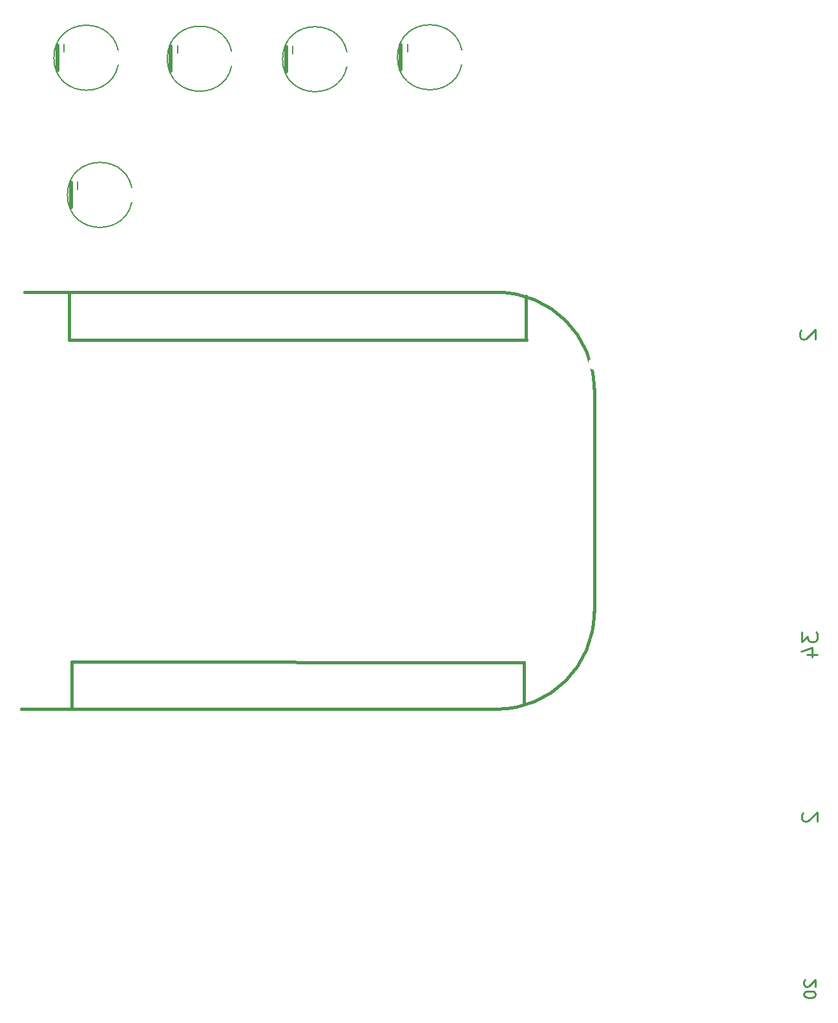
<source format=gbo>
%FSLAX34Y34*%
G04 Gerber Fmt 3.4, Leading zero omitted, Abs format*
G04 (created by PCBNEW (2014-02-12 BZR 4693)-product) date Sat 21 Jun 2014 11:45:11 PM EDT*
%MOIN*%
G01*
G70*
G90*
G04 APERTURE LIST*
%ADD10C,0.006000*%
%ADD11C,0.010000*%
%ADD12C,0.015000*%
%ADD13C,0.020000*%
%ADD14R,0.404724X0.064724*%
%ADD15R,0.104724X0.104724*%
%ADD16C,0.114724*%
%ADD17C,0.161724*%
%ADD18C,0.104724*%
%ADD19C,0.070724*%
%ADD20C,0.083424*%
%ADD21R,0.059724X0.059724*%
%ADD22C,0.059724*%
%ADD23R,0.084724X0.084724*%
%ADD24O,0.084724X0.084724*%
%ADD25R,0.072724X0.072724*%
%ADD26O,0.072724X0.072724*%
%ADD27C,0.191724*%
%ADD28R,0.084724X0.059724*%
%ADD29O,0.084724X0.059724*%
%ADD30R,0.059724X0.084724*%
%ADD31O,0.059724X0.084724*%
%ADD32R,0.092724X0.092724*%
%ADD33C,0.069724*%
%ADD34C,0.064724*%
%ADD35C,0.074724*%
%ADD36C,0.134724*%
%ADD37C,0.072724*%
%ADD38O,0.058724X0.069724*%
%ADD39R,0.058724X0.069724*%
%ADD40R,0.074724X0.074724*%
G04 APERTURE END LIST*
G54D10*
G54D11*
X87161Y-40442D02*
X87161Y-40937D01*
X87466Y-40670D01*
X87466Y-40785D01*
X87504Y-40861D01*
X87542Y-40899D01*
X87619Y-40937D01*
X87809Y-40937D01*
X87885Y-40899D01*
X87923Y-40861D01*
X87961Y-40785D01*
X87961Y-40556D01*
X87923Y-40480D01*
X87885Y-40442D01*
X87428Y-41623D02*
X87961Y-41623D01*
X87123Y-41432D02*
X87695Y-41242D01*
X87695Y-41737D01*
X87138Y-24891D02*
X87100Y-24929D01*
X87061Y-25005D01*
X87061Y-25196D01*
X87100Y-25272D01*
X87138Y-25310D01*
X87214Y-25348D01*
X87290Y-25348D01*
X87404Y-25310D01*
X87861Y-24853D01*
X87861Y-25348D01*
X87328Y-58392D02*
X87300Y-58421D01*
X87271Y-58478D01*
X87271Y-58621D01*
X87300Y-58678D01*
X87328Y-58707D01*
X87385Y-58735D01*
X87442Y-58735D01*
X87528Y-58707D01*
X87871Y-58364D01*
X87871Y-58735D01*
X87271Y-59107D02*
X87271Y-59164D01*
X87300Y-59221D01*
X87328Y-59250D01*
X87385Y-59278D01*
X87500Y-59307D01*
X87642Y-59307D01*
X87757Y-59278D01*
X87814Y-59250D01*
X87842Y-59221D01*
X87871Y-59164D01*
X87871Y-59107D01*
X87842Y-59050D01*
X87814Y-59021D01*
X87757Y-58992D01*
X87642Y-58964D01*
X87500Y-58964D01*
X87385Y-58992D01*
X87328Y-59021D01*
X87300Y-59050D01*
X87271Y-59107D01*
X87238Y-49771D02*
X87200Y-49809D01*
X87161Y-49885D01*
X87161Y-50076D01*
X87200Y-50152D01*
X87238Y-50190D01*
X87314Y-50228D01*
X87390Y-50228D01*
X87504Y-50190D01*
X87961Y-49733D01*
X87961Y-50228D01*
G54D12*
X49350Y-22925D02*
X49350Y-25375D01*
X49370Y-25375D02*
X72950Y-25375D01*
X72930Y-25355D02*
X72930Y-23115D01*
X49510Y-44375D02*
X49510Y-41995D01*
X49510Y-41995D02*
X72830Y-42015D01*
X72830Y-42015D02*
X72830Y-44195D01*
X71450Y-22925D02*
X47050Y-22925D01*
X71450Y-44425D02*
X46900Y-44425D01*
X76450Y-39425D02*
X76450Y-27925D01*
X71450Y-44425D02*
G75*
G03X76450Y-39425I0J5000D01*
G74*
G01*
X76450Y-27925D02*
G75*
G03X71450Y-22925I-5000J0D01*
G74*
G01*
G54D13*
X49450Y-18550D02*
X49450Y-17250D01*
G54D10*
X52627Y-17900D02*
G75*
G03X52627Y-17900I-1677J0D01*
G74*
G01*
X49800Y-17600D02*
X49800Y-17200D01*
G54D13*
X66475Y-11450D02*
X66475Y-10150D01*
G54D10*
X69652Y-10800D02*
G75*
G03X69652Y-10800I-1677J0D01*
G74*
G01*
X66825Y-10500D02*
X66825Y-10100D01*
G54D13*
X60550Y-11550D02*
X60550Y-10250D01*
G54D10*
X63727Y-10900D02*
G75*
G03X63727Y-10900I-1677J0D01*
G74*
G01*
X60900Y-10600D02*
X60900Y-10200D01*
G54D13*
X48750Y-11475D02*
X48750Y-10175D01*
G54D10*
X51927Y-10825D02*
G75*
G03X51927Y-10825I-1677J0D01*
G74*
G01*
X49100Y-10525D02*
X49100Y-10125D01*
G54D13*
X54600Y-11525D02*
X54600Y-10225D01*
G54D10*
X57777Y-10875D02*
G75*
G03X57777Y-10875I-1677J0D01*
G74*
G01*
X54950Y-10575D02*
X54950Y-10175D01*
%LPC*%
G54D14*
X90250Y-25150D03*
X90250Y-26150D03*
X90250Y-27150D03*
X90250Y-28150D03*
X90250Y-29150D03*
X90250Y-30150D03*
X90250Y-31150D03*
X90250Y-32150D03*
X90250Y-33150D03*
X90250Y-34150D03*
X90250Y-35150D03*
X90250Y-36150D03*
X90250Y-37150D03*
X90250Y-38150D03*
X90250Y-39150D03*
X90250Y-40150D03*
X90250Y-41150D03*
X90250Y-49899D03*
X90250Y-50899D03*
X90250Y-51899D03*
X90250Y-52899D03*
X90250Y-53899D03*
X90250Y-54899D03*
X90250Y-55899D03*
X90250Y-56899D03*
X90250Y-57899D03*
X90250Y-58899D03*
G54D15*
X86700Y-16100D03*
G54D16*
X86700Y-14100D03*
X86700Y-12100D03*
X86700Y-10100D03*
G54D17*
X90700Y-11100D03*
X90700Y-15100D03*
G54D18*
X87700Y-9100D03*
X87700Y-17100D03*
G54D19*
X59100Y-20050D03*
X59100Y-19050D03*
G54D20*
X78687Y-21150D03*
X70687Y-21150D03*
G54D18*
X81800Y-11350D03*
G54D15*
X81800Y-17350D03*
G54D18*
X62750Y-18600D03*
G54D15*
X68750Y-18600D03*
G54D21*
X75450Y-28600D03*
G54D22*
X75450Y-29600D03*
X75450Y-30600D03*
X75450Y-31600D03*
X75450Y-32600D03*
X75450Y-33600D03*
X75450Y-34600D03*
X78450Y-34600D03*
X78450Y-33600D03*
X78450Y-32600D03*
X78450Y-31600D03*
X78450Y-30600D03*
X78450Y-29600D03*
X78450Y-28600D03*
G54D21*
X52850Y-49550D03*
G54D22*
X53850Y-49550D03*
X54850Y-49550D03*
X55850Y-49550D03*
X56850Y-49550D03*
X57850Y-49550D03*
X58850Y-49550D03*
X58850Y-46550D03*
X57850Y-46550D03*
X56850Y-46550D03*
X55850Y-46550D03*
X54850Y-46550D03*
X53850Y-46550D03*
X52850Y-46550D03*
G54D21*
X63150Y-49500D03*
G54D22*
X64150Y-49500D03*
X65150Y-49500D03*
X66150Y-49500D03*
X67150Y-49500D03*
X68150Y-49500D03*
X69150Y-49500D03*
X69150Y-46500D03*
X68150Y-46500D03*
X67150Y-46500D03*
X66150Y-46500D03*
X65150Y-46500D03*
X64150Y-46500D03*
X63150Y-46500D03*
G54D23*
X48750Y-47800D03*
G54D24*
X48750Y-48800D03*
G54D25*
X69050Y-33400D03*
G54D26*
X69050Y-32400D03*
X70050Y-33400D03*
X70050Y-32400D03*
G54D21*
X80550Y-23800D03*
G54D22*
X80550Y-24800D03*
X80550Y-25800D03*
X80550Y-26800D03*
X80550Y-27800D03*
X80550Y-28800D03*
X80550Y-29800D03*
X80550Y-30800D03*
X80550Y-31800D03*
X80550Y-32800D03*
X83550Y-32800D03*
X83550Y-31800D03*
X83550Y-30800D03*
X83550Y-29800D03*
X83550Y-28800D03*
X83550Y-27800D03*
X83550Y-26800D03*
X83550Y-25800D03*
X83550Y-24800D03*
X83550Y-23800D03*
G54D21*
X80500Y-37150D03*
G54D22*
X80500Y-38150D03*
X80500Y-39150D03*
X80500Y-40150D03*
X80500Y-41150D03*
X80500Y-42150D03*
X80500Y-43150D03*
X80500Y-44150D03*
X80500Y-45150D03*
X80500Y-46150D03*
X83500Y-46150D03*
X83500Y-45150D03*
X83500Y-44150D03*
X83500Y-43150D03*
X83500Y-42150D03*
X83500Y-41150D03*
X83500Y-40150D03*
X83500Y-39150D03*
X83500Y-38150D03*
X83500Y-37150D03*
G54D21*
X67329Y-55300D03*
G54D22*
X68329Y-55300D03*
X69329Y-55300D03*
X70329Y-55300D03*
X71329Y-55300D03*
X72329Y-55300D03*
X73329Y-55300D03*
X73329Y-52300D03*
X72329Y-52300D03*
X71329Y-52300D03*
X70329Y-52300D03*
X69329Y-52300D03*
X68329Y-52300D03*
X67329Y-52300D03*
G54D21*
X51100Y-54300D03*
G54D22*
X52100Y-54300D03*
X53100Y-54300D03*
X54100Y-54300D03*
X55100Y-54300D03*
X56100Y-54300D03*
X57100Y-54300D03*
X58100Y-54300D03*
X59100Y-54300D03*
X60100Y-54300D03*
X60100Y-51300D03*
X59100Y-51300D03*
X58100Y-51300D03*
X57100Y-51300D03*
X56100Y-51300D03*
X55100Y-51300D03*
X54100Y-51300D03*
X53100Y-51300D03*
X52100Y-51300D03*
X51100Y-51300D03*
G54D21*
X66350Y-30800D03*
G54D22*
X67350Y-30800D03*
X68350Y-30800D03*
X69350Y-30800D03*
X69350Y-27800D03*
X68350Y-27800D03*
X67350Y-27800D03*
X66350Y-27800D03*
G54D21*
X75250Y-47100D03*
G54D22*
X75250Y-48100D03*
X75250Y-49100D03*
X75250Y-50100D03*
X75250Y-51100D03*
X75250Y-52100D03*
X75250Y-53100D03*
X78250Y-53100D03*
X78250Y-52100D03*
X78250Y-51100D03*
X78250Y-50100D03*
X78250Y-49100D03*
X78250Y-48100D03*
X78250Y-47100D03*
G54D25*
X57750Y-29500D03*
G54D26*
X58750Y-29500D03*
X57750Y-30500D03*
X58750Y-30500D03*
X57750Y-31500D03*
X58750Y-31500D03*
X57750Y-32500D03*
X58750Y-32500D03*
X57750Y-33500D03*
X58750Y-33500D03*
X57750Y-34500D03*
X58750Y-34500D03*
X57750Y-35500D03*
X58750Y-35500D03*
X57750Y-36500D03*
X58750Y-36500D03*
X57750Y-37500D03*
X58750Y-37500D03*
X57750Y-38500D03*
X58750Y-38500D03*
G54D25*
X85250Y-58900D03*
G54D26*
X84250Y-58900D03*
X85250Y-57900D03*
X84250Y-57900D03*
X85250Y-56900D03*
X84250Y-56900D03*
X85250Y-55900D03*
X84250Y-55900D03*
X85250Y-54900D03*
X84250Y-54900D03*
X85250Y-53900D03*
X84250Y-53900D03*
X85250Y-52900D03*
X84250Y-52900D03*
X85250Y-51900D03*
X84250Y-51900D03*
X85250Y-50900D03*
X84250Y-50900D03*
X85250Y-49900D03*
X84250Y-49900D03*
G54D25*
X70150Y-58900D03*
G54D26*
X70150Y-57900D03*
X71150Y-58900D03*
X71150Y-57900D03*
X72150Y-58900D03*
X72150Y-57900D03*
X73150Y-58900D03*
X73150Y-57900D03*
X74150Y-58900D03*
X74150Y-57900D03*
X75150Y-58900D03*
X75150Y-57900D03*
X76150Y-58900D03*
X76150Y-57900D03*
X77150Y-58900D03*
X77150Y-57900D03*
X78150Y-58900D03*
X78150Y-57900D03*
X79150Y-58900D03*
X79150Y-57900D03*
G54D27*
X48100Y-62150D03*
X79300Y-62150D03*
X79300Y-7150D03*
X48100Y-7150D03*
G54D25*
X49650Y-58900D03*
G54D26*
X49650Y-57900D03*
X50650Y-58900D03*
X50650Y-57900D03*
X51650Y-58900D03*
X51650Y-57900D03*
X52650Y-58900D03*
X52650Y-57900D03*
X53650Y-58900D03*
X53650Y-57900D03*
X54650Y-58900D03*
X54650Y-57900D03*
X55650Y-58900D03*
X55650Y-57900D03*
X56650Y-58900D03*
X56650Y-57900D03*
X57650Y-58900D03*
X57650Y-57900D03*
X58650Y-58900D03*
X58650Y-57900D03*
X59650Y-58900D03*
X59650Y-57900D03*
X60650Y-58900D03*
X60650Y-57900D03*
X61650Y-58900D03*
X61650Y-57900D03*
X62650Y-58900D03*
X62650Y-57900D03*
X63650Y-58900D03*
X63650Y-57900D03*
X64650Y-58900D03*
X64650Y-57900D03*
X65650Y-58900D03*
X65650Y-57900D03*
G54D28*
X85710Y-36161D03*
G54D29*
X85710Y-37161D03*
X85710Y-38161D03*
X85710Y-39161D03*
X85710Y-40161D03*
X85710Y-41161D03*
X85710Y-42161D03*
X85710Y-43161D03*
G54D28*
X85470Y-24820D03*
G54D29*
X85470Y-25820D03*
X85470Y-26820D03*
X85470Y-27820D03*
X85470Y-28820D03*
X85470Y-29820D03*
X85470Y-30820D03*
X85470Y-31820D03*
G54D30*
X51100Y-55550D03*
G54D31*
X52100Y-55550D03*
X53100Y-55550D03*
X54100Y-55550D03*
X55100Y-55550D03*
X56100Y-55550D03*
X57100Y-55550D03*
X58100Y-55550D03*
G54D32*
X84550Y-10500D03*
X84700Y-16800D03*
X56650Y-19350D03*
X73150Y-38000D03*
G54D33*
X70750Y-18669D03*
X70750Y-14669D03*
X79950Y-49431D03*
X79950Y-53431D03*
X55350Y-26731D03*
X55350Y-30731D03*
X62050Y-35031D03*
X62050Y-39031D03*
X63650Y-35031D03*
X63650Y-39031D03*
X72174Y-15294D03*
X72174Y-11294D03*
X63281Y-32100D03*
X67281Y-32100D03*
X63281Y-33500D03*
X67281Y-33500D03*
X69219Y-40800D03*
X65219Y-40800D03*
X61300Y-18081D03*
X61300Y-22081D03*
X54300Y-16631D03*
X54300Y-20631D03*
X53550Y-9631D03*
X53550Y-13631D03*
X59450Y-9731D03*
X59450Y-13731D03*
X64219Y-16400D03*
X60219Y-16400D03*
X65375Y-13669D03*
X65375Y-9669D03*
X47950Y-54869D03*
X47950Y-50869D03*
X55619Y-40600D03*
X51619Y-40600D03*
X72359Y-51140D03*
X68359Y-51140D03*
X55669Y-38950D03*
X51669Y-38950D03*
X53850Y-26731D03*
X53850Y-30731D03*
X81881Y-19700D03*
X85881Y-19700D03*
G54D34*
X50900Y-21000D03*
X49900Y-21000D03*
X51900Y-21000D03*
X51100Y-13975D03*
X50100Y-13975D03*
X52100Y-13975D03*
X56875Y-13975D03*
X55875Y-13975D03*
X57875Y-13975D03*
X62200Y-13975D03*
X61200Y-13975D03*
X63200Y-13975D03*
X67875Y-13975D03*
X66875Y-13975D03*
X68875Y-13975D03*
X82550Y-35300D03*
X81550Y-35300D03*
X65050Y-28800D03*
X65050Y-29800D03*
X49300Y-52400D03*
X49300Y-53400D03*
X51074Y-47525D03*
X51074Y-48525D03*
X77250Y-45200D03*
X76250Y-45200D03*
X77450Y-26600D03*
X76450Y-26600D03*
X82550Y-21900D03*
X81550Y-21900D03*
X61350Y-47500D03*
X61350Y-48500D03*
X65470Y-53220D03*
X65470Y-54220D03*
G54D35*
X73550Y-19200D03*
X73550Y-17200D03*
X75550Y-19200D03*
X75550Y-17200D03*
X77550Y-19200D03*
X77550Y-17200D03*
X78250Y-13900D03*
X78250Y-15900D03*
G54D36*
X74200Y-41925D03*
X48200Y-43175D03*
X48200Y-24175D03*
X74200Y-25425D03*
G54D25*
X50200Y-43675D03*
G54D37*
X50200Y-42675D03*
X51200Y-43675D03*
X51200Y-42675D03*
X52200Y-43675D03*
X52200Y-42675D03*
X53200Y-43675D03*
X53200Y-42675D03*
X54200Y-43675D03*
X54200Y-42675D03*
X55200Y-43675D03*
X55200Y-42675D03*
X56200Y-43675D03*
X56200Y-42675D03*
X57200Y-43675D03*
X57200Y-42675D03*
X58200Y-43675D03*
X58200Y-42675D03*
X59200Y-43675D03*
X59200Y-42675D03*
X60200Y-43675D03*
X60200Y-42675D03*
X61200Y-43675D03*
X61200Y-42675D03*
X62200Y-43675D03*
X62200Y-42675D03*
X63200Y-43675D03*
X63200Y-42675D03*
X64200Y-43675D03*
X64200Y-42675D03*
X65200Y-43675D03*
X65200Y-42675D03*
X66200Y-43675D03*
X66200Y-42675D03*
X67200Y-43675D03*
X67200Y-42675D03*
X68200Y-43675D03*
X68200Y-42675D03*
X69200Y-43675D03*
X69200Y-42675D03*
X70200Y-43675D03*
X70200Y-42675D03*
X71200Y-43675D03*
X71200Y-42675D03*
X72200Y-43675D03*
X72200Y-42675D03*
G54D25*
X50200Y-24675D03*
G54D37*
X50200Y-23675D03*
X51200Y-24675D03*
X51200Y-23675D03*
X52200Y-24675D03*
X52200Y-23675D03*
X53200Y-24675D03*
X53200Y-23675D03*
X54200Y-24675D03*
X54200Y-23675D03*
X55200Y-24675D03*
X55200Y-23675D03*
X56200Y-24675D03*
X56200Y-23675D03*
X57200Y-24675D03*
X57200Y-23675D03*
X58200Y-24675D03*
X58200Y-23675D03*
X59200Y-24675D03*
X59200Y-23675D03*
X60200Y-24675D03*
X60200Y-23675D03*
X61200Y-24675D03*
X61200Y-23675D03*
X62200Y-24675D03*
X62200Y-23675D03*
X63200Y-24675D03*
X63200Y-23675D03*
X64200Y-24675D03*
X64200Y-23675D03*
X65200Y-24675D03*
X65200Y-23675D03*
X66200Y-24675D03*
X66200Y-23675D03*
X67200Y-24675D03*
X67200Y-23675D03*
X68200Y-24675D03*
X68200Y-23675D03*
X69200Y-24675D03*
X69200Y-23675D03*
X70200Y-24675D03*
X70200Y-23675D03*
X71200Y-24675D03*
X71200Y-23675D03*
X72200Y-24675D03*
X72200Y-23675D03*
G54D38*
X73660Y-15320D03*
X74330Y-15320D03*
X75000Y-15320D03*
X75670Y-15320D03*
G54D39*
X76340Y-15320D03*
G54D33*
X74970Y-9920D03*
X62250Y-51231D03*
X62250Y-55231D03*
X79050Y-39605D03*
X79050Y-43605D03*
G54D40*
X51730Y-17900D03*
G54D35*
X50350Y-17900D03*
G54D40*
X52318Y-17900D03*
X68755Y-10800D03*
G54D35*
X67375Y-10800D03*
G54D40*
X69343Y-10800D03*
X62830Y-10900D03*
G54D35*
X61450Y-10900D03*
G54D40*
X63418Y-10900D03*
X51030Y-10825D03*
G54D35*
X49650Y-10825D03*
G54D40*
X51618Y-10825D03*
X56880Y-10875D03*
G54D35*
X55500Y-10875D03*
G54D40*
X57468Y-10875D03*
M02*

</source>
